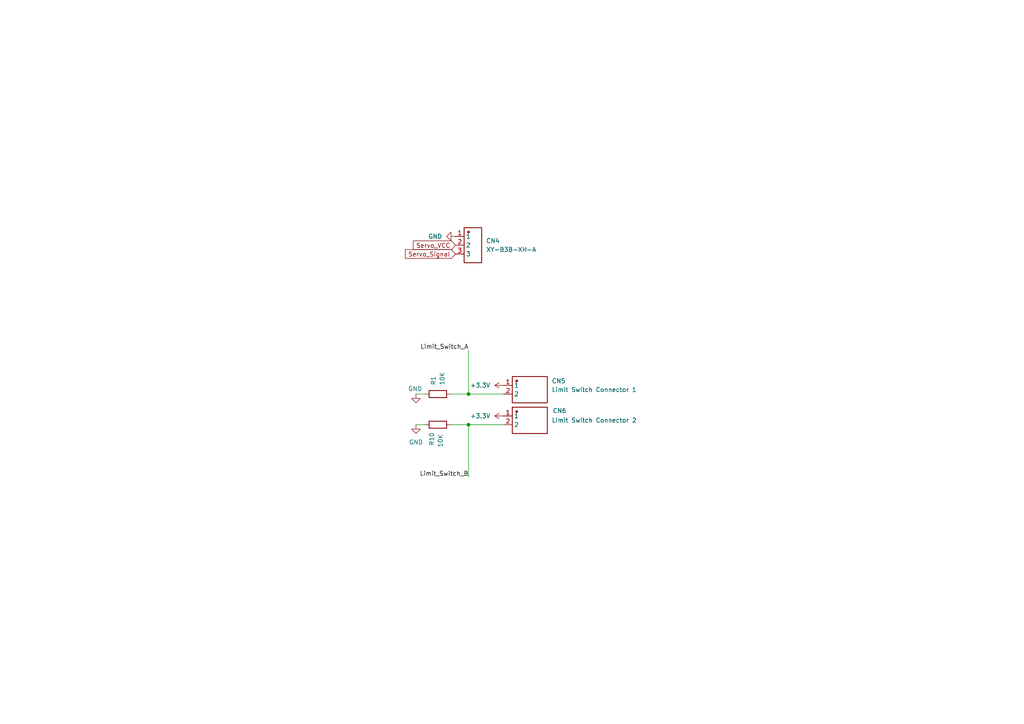
<source format=kicad_sch>
(kicad_sch (version 20250114) (generator "eeschema") (generator_version "9.0")
  (paper "A4")
  (lib_symbols
    (symbol "Device:R" (pin_numbers (hide yes)) (pin_names (offset 0))
      (property "Reference" "R" (at 2.032 0 90))
      (property "Value" "R" (at 0 0 90))
      (symbol "R_0_1"
        (rectangle (start -1.016 -2.54) (end 1.016 2.54) (stroke (width 0.254)))
      )
      (symbol "R_1_1"
        (pin passive line (at 0 3.81 270) (length 1.27) (name "~") (number "1"))
        (pin passive line (at 0 -3.81 90) (length 1.27) (name "~") (number "2"))
      )
    )
    (symbol "custom symbols:JST B2B-XH-A(LF)(SN)"
      (property "Value" "B2B-XH-A (LF)(SN)" (at 6.604 5.08 0))
      (symbol "JST B2B-XH-A(LF)(SN)_0_0"
        (rectangle (start -3.81 3.81) (end 6.35 -3.81) (stroke (width 0.254)))
        (circle (center -2.54 2.54) (radius 0.254) (stroke (width 0.254)) (fill (type outline)))
        (pin unspecified line (at -6.35 1.27 0) (length 2.54) (name "1") (number "1"))
        (pin unspecified line (at -6.35 -1.27 0) (length 2.54) (name "2") (number "2"))
      )
    )
    (symbol "custom symbols:XY-B3B-XH-A"
      (property "Reference" "CN?" (at 4.826 -5.588 0))
      (property "Value" "XY-B3B-XH-A" (at 10.16 -1.524 0))
      (symbol "XY-B3B-XH-A_0_0"
        (rectangle (start -2.54 5.08) (end 2.54 -5.08) (stroke (width 0.254)))
        (circle (center -1.27 3.81) (radius 0.254) (stroke (width 0.254)) (fill (type outline)))
        (pin unspecified line (at -5.08 2.54 0) (length 2.54) (name "1") (number "1"))
        (pin unspecified line (at -5.08 0 0) (length 2.54) (name "2") (number "2"))
        (pin unspecified line (at -5.08 -2.54 0) (length 2.54) (name "3") (number "3"))
      )
    )
    (symbol "power:+3.3V" (power) (pin_numbers (hide yes)) (pin_names (offset 0) (hide yes))
      (property "Value" "+3.3V" (at 0 3.556 0))
      (symbol "+3.3V_0_1"
        (polyline (pts (xy -0.762 1.27) (xy 0 2.54)))
        (polyline (pts (xy 0 2.54) (xy 0.762 1.27)))
        (polyline (pts (xy 0 0) (xy 0 2.54)))
      )
      (symbol "+3.3V_1_1"
        (pin power_in line (at 0 0 90) (length 0) (name "~") (number "1"))
      )
    )
    (symbol "power:GND" (power) (pin_numbers (hide yes)) (pin_names (offset 0) (hide yes))
      (property "Value" "GND" (at 0 -3.81 0))
      (symbol "GND_0_1"
        (polyline (pts (xy 0 0) (xy 0 -1.27) (xy 1.27 -1.27) (xy 0 -2.54) (xy -1.27 -1.27) (xy 0 -1.27)))
      )
      (symbol "GND_1_1"
        (pin power_in line (at 0 0 270) (length 0) (name "~") (number "1"))
      )
    )
  )
  (junction (at 135.89 114.3))
  (junction (at 135.89 123.19))
  (wire (pts (xy 130.81 114.3) (xy 135.89 114.3)))
  (wire (pts (xy 135.89 138.43) (xy 135.89 123.19)))
  (wire (pts (xy 135.89 114.3) (xy 135.89 101.6)))
  (wire (pts (xy 120.65 114.3) (xy 123.19 114.3)))
  (wire (pts (xy 120.65 123.19) (xy 123.19 123.19)))
  (wire (pts (xy 130.81 123.19) (xy 135.89 123.19)))
  (wire (pts (xy 135.89 114.3) (xy 146.05 114.3)))
  (wire (pts (xy 135.89 123.19) (xy 146.05 123.19)))
  (label "Limit_Switch_A" (at 135.89 101.6 180))
  (label "Limit_Switch_B" (at 135.89 138.43 180))
  (global_label "Servo_Signal" (shape input) (at 132.08 73.66 180) (property "Intersheetrefs" "${INTERSHEET_REFS}" (effects (hide yes))))
  (global_label "Servo_VCC" (shape input) (at 132.08 71.12 180) (property "Intersheetrefs" "${INTERSHEET_REFS}" (effects (hide yes))))
  (symbol (lib_id "power:GND") (at 132.08 68.58 270) (unit 1)
    (property "Reference" "#PWR021" (effects (hide yes)))
    (property "Value" "GND" (at 128.27 68.5799 90) (effects (justify right)))
    (property "Description" "Power symbol creates a global label with name \"GND\" , ground" (effects (hide yes)))
  )
  (symbol (lib_id "Device:R") (at 127 114.3 90) (unit 1)
    (property "Reference" "R1" (at 125.7299 111.76 0) (effects (justify left)))
    (property "Value" "10K" (at 128.2699 111.76 0) (effects (justify left)))
    (property "Footprint" "Resistor_SMD:R_0805_2012Metric_Pad1.20x1.40mm_HandSolder" (effects (hide yes)))
    (property "Description" "Resistor" (effects (hide yes)))
    (property "LCSC Part" "C4277843" (effects (hide yes)))
  )
  (symbol (lib_id "power:+3.3V") (at 146.05 120.65 90) (unit 1)
    (property "Reference" "#PWR036" (effects (hide yes)))
    (property "Value" "+3.3V" (at 142.24 120.6499 90) (effects (justify left)))
    (property "Description" "Power symbol creates a global label with name \"+3.3V\"" (effects (hide yes)))
  )
  (symbol (lib_id "custom symbols:JST B2B-XH-A(LF)(SN)") (at 152.4 113.03 0) (unit 1)
    (property "Reference" "CN5" (at 162.052 110.49 0))
    (property "Value" "Limit Switch Connector 1" (at 160.02 113.0299 0) (effects (justify left)))
    (property "Footprint" "custom footprints:JST B2B-XH-A(LF)(SN)" (effects (hide yes)))
    (property "Manufacturer Part" "B2B-XH-A(LF)(SN)" (effects (hide yes)))
    (property "Manufacturer" "JST" (effects (hide yes)))
    (property "LCSC Part" "C158012" (effects (hide yes)))
    (property "Supplier" "LCSC" (effects (hide yes)))
  )
  (symbol (lib_id "custom symbols:JST B2B-XH-A(LF)(SN)") (at 152.4 121.92 0) (unit 1)
    (property "Reference" "CN6" (at 162.306 119.126 0))
    (property "Value" "Limit Switch Connector 2" (at 160.02 121.9199 0) (effects (justify left)))
    (property "Footprint" "custom footprints:JST B2B-XH-A(LF)(SN)" (effects (hide yes)))
    (property "Manufacturer Part" "B2B-XH-A(LF)(SN)" (effects (hide yes)))
    (property "Manufacturer" "JST" (effects (hide yes)))
    (property "LCSC Part" "C158012" (effects (hide yes)))
    (property "Supplier" "LCSC" (effects (hide yes)))
  )
  (symbol (lib_id "custom symbols:XY-B3B-XH-A") (at 137.16 71.12 0) (unit 1)
    (property "Reference" "CN4" (at 140.97 69.8499 0) (effects (justify left)))
    (property "Value" "XY-B3B-XH-A" (at 140.97 72.3899 0) (effects (justify left)))
    (property "Footprint" "custom footprints:CONN-TH_3P-P2.50_A2501WV2-3P" (effects (hide yes)))
    (property "Manufacturer Part" "XY-B3B-XH-A" (effects (hide yes)))
    (property "Manufacturer" "XYECONN(辛译)" (effects (hide yes)))
    (property "LCSC Part" "C51940188" (effects (hide yes)))
  )
  (symbol (lib_id "power:GND") (at 120.65 114.3 0) (unit 1)
    (property "Reference" "#PWR015" (effects (hide yes)))
    (property "Value" "GND" (at 120.396 112.776 0))
    (property "Description" "Power symbol creates a global label with name \"GND\" , ground" (effects (hide yes)))
  )
  (symbol (lib_id "power:GND") (at 120.65 123.19 0) (unit 1)
    (property "Reference" "#PWR030" (effects (hide yes)))
    (property "Value" "GND" (at 120.65 128.27 0))
    (property "Description" "Power symbol creates a global label with name \"GND\" , ground" (effects (hide yes)))
  )
  (symbol (lib_id "Device:R") (at 127 123.19 90) (unit 1)
    (property "Reference" "R10" (at 125.222 129.286 0) (effects (justify left)))
    (property "Value" "10K" (at 127.762 129.794 0) (effects (justify left)))
    (property "Footprint" "Resistor_SMD:R_0805_2012Metric_Pad1.20x1.40mm_HandSolder" (effects (hide yes)))
    (property "Description" "Resistor" (effects (hide yes)))
    (property "LCSC Part" "C4277843" (effects (hide yes)))
  )
  (symbol (lib_id "power:+3.3V") (at 146.05 111.76 90) (unit 1)
    (property "Reference" "#PWR035" (effects (hide yes)))
    (property "Value" "+3.3V" (at 142.24 111.7599 90) (effects (justify left)))
    (property "Description" "Power symbol creates a global label with name \"+3.3V\"" (effects (hide yes)))
  )
)
</source>
